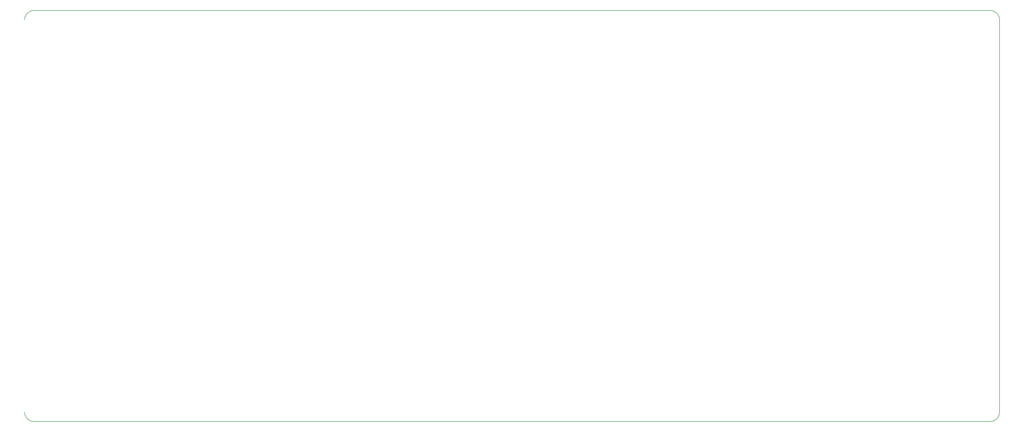
<source format=gbr>
%TF.GenerationSoftware,KiCad,Pcbnew,5.1.7-a382d34a8~88~ubuntu20.04.1*%
%TF.CreationDate,2021-03-29T02:56:27+02:00*%
%TF.ProjectId,mysterium-bottom,6d797374-6572-4697-956d-2d626f74746f,rev?*%
%TF.SameCoordinates,Original*%
%TF.FileFunction,Profile,NP*%
%FSLAX46Y46*%
G04 Gerber Fmt 4.6, Leading zero omitted, Abs format (unit mm)*
G04 Created by KiCad (PCBNEW 5.1.7-a382d34a8~88~ubuntu20.04.1) date 2021-03-29 02:56:27*
%MOMM*%
%LPD*%
G01*
G04 APERTURE LIST*
%TA.AperFunction,Profile*%
%ADD10C,0.150000*%
%TD*%
G04 APERTURE END LIST*
D10*
X384213099Y-204169841D02*
G75*
G02*
X380909040Y-207479900I-3307059J-3000D01*
G01*
X380903041Y-60863401D02*
G75*
G02*
X384213100Y-64167460I3000J-3307059D01*
G01*
X36550601Y-64173459D02*
G75*
G02*
X39854660Y-60863400I3307059J3000D01*
G01*
X39860659Y-207479899D02*
G75*
G02*
X36550600Y-204175840I-3000J3307059D01*
G01*
X384213100Y-64167460D02*
X384213099Y-204169841D01*
X380909040Y-207479900D02*
X39860659Y-207479899D01*
X39854660Y-60863400D02*
X380903041Y-60863400D01*
M02*

</source>
